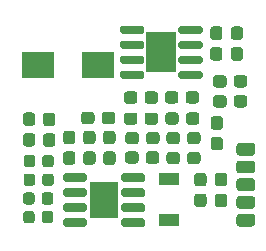
<source format=gbr>
%TF.GenerationSoftware,KiCad,Pcbnew,(5.1.6-0-10_14)*%
%TF.CreationDate,2021-01-13T21:17:16+08:00*%
%TF.ProjectId,Zeeuss,5a656575-7373-42e6-9b69-6361645f7063,rev?*%
%TF.SameCoordinates,Original*%
%TF.FileFunction,Soldermask,Top*%
%TF.FilePolarity,Negative*%
%FSLAX46Y46*%
G04 Gerber Fmt 4.6, Leading zero omitted, Abs format (unit mm)*
G04 Created by KiCad (PCBNEW (5.1.6-0-10_14)) date 2021-01-13 21:17:16*
%MOMM*%
%LPD*%
G01*
G04 APERTURE LIST*
%ADD10R,2.390000X3.100000*%
%ADD11R,2.510000X3.400000*%
%ADD12R,1.800000X1.000000*%
%ADD13R,2.800000X2.300000*%
G04 APERTURE END LIST*
%TO.C,REF\u002A\u002A*%
G36*
G01*
X119775000Y-111550000D02*
X118725000Y-111550000D01*
G75*
G02*
X118450000Y-111275000I0J275000D01*
G01*
X118450000Y-110725000D01*
G75*
G02*
X118725000Y-110450000I275000J0D01*
G01*
X119775000Y-110450000D01*
G75*
G02*
X120050000Y-110725000I0J-275000D01*
G01*
X120050000Y-111275000D01*
G75*
G02*
X119775000Y-111550000I-275000J0D01*
G01*
G37*
%TD*%
%TO.C,REF\u002A\u002A*%
G36*
G01*
X119775000Y-117550000D02*
X118725000Y-117550000D01*
G75*
G02*
X118450000Y-117275000I0J275000D01*
G01*
X118450000Y-116725000D01*
G75*
G02*
X118725000Y-116450000I275000J0D01*
G01*
X119775000Y-116450000D01*
G75*
G02*
X120050000Y-116725000I0J-275000D01*
G01*
X120050000Y-117275000D01*
G75*
G02*
X119775000Y-117550000I-275000J0D01*
G01*
G37*
%TD*%
%TO.C,REF\u002A\u002A*%
G36*
G01*
X119775000Y-116050000D02*
X118725000Y-116050000D01*
G75*
G02*
X118450000Y-115775000I0J275000D01*
G01*
X118450000Y-115225000D01*
G75*
G02*
X118725000Y-114950000I275000J0D01*
G01*
X119775000Y-114950000D01*
G75*
G02*
X120050000Y-115225000I0J-275000D01*
G01*
X120050000Y-115775000D01*
G75*
G02*
X119775000Y-116050000I-275000J0D01*
G01*
G37*
%TD*%
%TO.C,REF\u002A\u002A*%
G36*
G01*
X119775000Y-114550000D02*
X118725000Y-114550000D01*
G75*
G02*
X118450000Y-114275000I0J275000D01*
G01*
X118450000Y-113725000D01*
G75*
G02*
X118725000Y-113450000I275000J0D01*
G01*
X119775000Y-113450000D01*
G75*
G02*
X120050000Y-113725000I0J-275000D01*
G01*
X120050000Y-114275000D01*
G75*
G02*
X119775000Y-114550000I-275000J0D01*
G01*
G37*
%TD*%
%TO.C,REF\u002A\u002A*%
G36*
G01*
X119775000Y-113050000D02*
X118725000Y-113050000D01*
G75*
G02*
X118450000Y-112775000I0J275000D01*
G01*
X118450000Y-112225000D01*
G75*
G02*
X118725000Y-111950000I275000J0D01*
G01*
X119775000Y-111950000D01*
G75*
G02*
X120050000Y-112225000I0J-275000D01*
G01*
X120050000Y-112775000D01*
G75*
G02*
X119775000Y-113050000I-275000J0D01*
G01*
G37*
%TD*%
%TO.C,C12*%
G36*
G01*
X117062500Y-109350000D02*
X116537500Y-109350000D01*
G75*
G02*
X116275000Y-109087500I0J262500D01*
G01*
X116275000Y-108462500D01*
G75*
G02*
X116537500Y-108200000I262500J0D01*
G01*
X117062500Y-108200000D01*
G75*
G02*
X117325000Y-108462500I0J-262500D01*
G01*
X117325000Y-109087500D01*
G75*
G02*
X117062500Y-109350000I-262500J0D01*
G01*
G37*
G36*
G01*
X117062500Y-111100000D02*
X116537500Y-111100000D01*
G75*
G02*
X116275000Y-110837500I0J262500D01*
G01*
X116275000Y-110212500D01*
G75*
G02*
X116537500Y-109950000I262500J0D01*
G01*
X117062500Y-109950000D01*
G75*
G02*
X117325000Y-110212500I0J-262500D01*
G01*
X117325000Y-110837500D01*
G75*
G02*
X117062500Y-111100000I-262500J0D01*
G01*
G37*
%TD*%
%TO.C,C11*%
G36*
G01*
X113675000Y-111479170D02*
X113675000Y-112004170D01*
G75*
G02*
X113412500Y-112266670I-262500J0D01*
G01*
X112787500Y-112266670D01*
G75*
G02*
X112525000Y-112004170I0J262500D01*
G01*
X112525000Y-111479170D01*
G75*
G02*
X112787500Y-111216670I262500J0D01*
G01*
X113412500Y-111216670D01*
G75*
G02*
X113675000Y-111479170I0J-262500D01*
G01*
G37*
G36*
G01*
X115425000Y-111479170D02*
X115425000Y-112004170D01*
G75*
G02*
X115162500Y-112266670I-262500J0D01*
G01*
X114537500Y-112266670D01*
G75*
G02*
X114275000Y-112004170I0J262500D01*
G01*
X114275000Y-111479170D01*
G75*
G02*
X114537500Y-111216670I262500J0D01*
G01*
X115162500Y-111216670D01*
G75*
G02*
X115425000Y-111479170I0J-262500D01*
G01*
G37*
%TD*%
%TO.C,C10*%
G36*
G01*
X115137500Y-114750000D02*
X115662500Y-114750000D01*
G75*
G02*
X115925000Y-115012500I0J-262500D01*
G01*
X115925000Y-115637500D01*
G75*
G02*
X115662500Y-115900000I-262500J0D01*
G01*
X115137500Y-115900000D01*
G75*
G02*
X114875000Y-115637500I0J262500D01*
G01*
X114875000Y-115012500D01*
G75*
G02*
X115137500Y-114750000I262500J0D01*
G01*
G37*
G36*
G01*
X115137500Y-113000000D02*
X115662500Y-113000000D01*
G75*
G02*
X115925000Y-113262500I0J-262500D01*
G01*
X115925000Y-113887500D01*
G75*
G02*
X115662500Y-114150000I-262500J0D01*
G01*
X115137500Y-114150000D01*
G75*
G02*
X114875000Y-113887500I0J262500D01*
G01*
X114875000Y-113262500D01*
G75*
G02*
X115137500Y-113000000I262500J0D01*
G01*
G37*
%TD*%
%TO.C,C5*%
G36*
G01*
X113675000Y-109787500D02*
X113675000Y-110312500D01*
G75*
G02*
X113412500Y-110575000I-262500J0D01*
G01*
X112787500Y-110575000D01*
G75*
G02*
X112525000Y-110312500I0J262500D01*
G01*
X112525000Y-109787500D01*
G75*
G02*
X112787500Y-109525000I262500J0D01*
G01*
X113412500Y-109525000D01*
G75*
G02*
X113675000Y-109787500I0J-262500D01*
G01*
G37*
G36*
G01*
X115425000Y-109787500D02*
X115425000Y-110312500D01*
G75*
G02*
X115162500Y-110575000I-262500J0D01*
G01*
X114537500Y-110575000D01*
G75*
G02*
X114275000Y-110312500I0J262500D01*
G01*
X114275000Y-109787500D01*
G75*
G02*
X114537500Y-109525000I262500J0D01*
G01*
X115162500Y-109525000D01*
G75*
G02*
X115425000Y-109787500I0J-262500D01*
G01*
G37*
%TD*%
%TO.C,C2*%
G36*
G01*
X116887500Y-114750000D02*
X117412500Y-114750000D01*
G75*
G02*
X117675000Y-115012500I0J-262500D01*
G01*
X117675000Y-115637500D01*
G75*
G02*
X117412500Y-115900000I-262500J0D01*
G01*
X116887500Y-115900000D01*
G75*
G02*
X116625000Y-115637500I0J262500D01*
G01*
X116625000Y-115012500D01*
G75*
G02*
X116887500Y-114750000I262500J0D01*
G01*
G37*
G36*
G01*
X116887500Y-113000000D02*
X117412500Y-113000000D01*
G75*
G02*
X117675000Y-113262500I0J-262500D01*
G01*
X117675000Y-113887500D01*
G75*
G02*
X117412500Y-114150000I-262500J0D01*
G01*
X116887500Y-114150000D01*
G75*
G02*
X116625000Y-113887500I0J262500D01*
G01*
X116625000Y-113262500D01*
G75*
G02*
X116887500Y-113000000I262500J0D01*
G01*
G37*
%TD*%
%TO.C,C1*%
G36*
G01*
X118225000Y-107204166D02*
X118225000Y-106679166D01*
G75*
G02*
X118487500Y-106416666I262500J0D01*
G01*
X119112500Y-106416666D01*
G75*
G02*
X119375000Y-106679166I0J-262500D01*
G01*
X119375000Y-107204166D01*
G75*
G02*
X119112500Y-107466666I-262500J0D01*
G01*
X118487500Y-107466666D01*
G75*
G02*
X118225000Y-107204166I0J262500D01*
G01*
G37*
G36*
G01*
X116475000Y-107204166D02*
X116475000Y-106679166D01*
G75*
G02*
X116737500Y-106416666I262500J0D01*
G01*
X117362500Y-106416666D01*
G75*
G02*
X117625000Y-106679166I0J-262500D01*
G01*
X117625000Y-107204166D01*
G75*
G02*
X117362500Y-107466666I-262500J0D01*
G01*
X116737500Y-107466666D01*
G75*
G02*
X116475000Y-107204166I0J262500D01*
G01*
G37*
%TD*%
D10*
%TO.C,U2*%
X107250000Y-115300000D03*
G36*
G01*
X108700000Y-113570000D02*
X108700000Y-113220000D01*
G75*
G02*
X108875000Y-113045000I175000J0D01*
G01*
X110575000Y-113045000D01*
G75*
G02*
X110750000Y-113220000I0J-175000D01*
G01*
X110750000Y-113570000D01*
G75*
G02*
X110575000Y-113745000I-175000J0D01*
G01*
X108875000Y-113745000D01*
G75*
G02*
X108700000Y-113570000I0J175000D01*
G01*
G37*
G36*
G01*
X108700000Y-114840000D02*
X108700000Y-114490000D01*
G75*
G02*
X108875000Y-114315000I175000J0D01*
G01*
X110575000Y-114315000D01*
G75*
G02*
X110750000Y-114490000I0J-175000D01*
G01*
X110750000Y-114840000D01*
G75*
G02*
X110575000Y-115015000I-175000J0D01*
G01*
X108875000Y-115015000D01*
G75*
G02*
X108700000Y-114840000I0J175000D01*
G01*
G37*
G36*
G01*
X108700000Y-116110000D02*
X108700000Y-115760000D01*
G75*
G02*
X108875000Y-115585000I175000J0D01*
G01*
X110575000Y-115585000D01*
G75*
G02*
X110750000Y-115760000I0J-175000D01*
G01*
X110750000Y-116110000D01*
G75*
G02*
X110575000Y-116285000I-175000J0D01*
G01*
X108875000Y-116285000D01*
G75*
G02*
X108700000Y-116110000I0J175000D01*
G01*
G37*
G36*
G01*
X108700000Y-117380000D02*
X108700000Y-117030000D01*
G75*
G02*
X108875000Y-116855000I175000J0D01*
G01*
X110575000Y-116855000D01*
G75*
G02*
X110750000Y-117030000I0J-175000D01*
G01*
X110750000Y-117380000D01*
G75*
G02*
X110575000Y-117555000I-175000J0D01*
G01*
X108875000Y-117555000D01*
G75*
G02*
X108700000Y-117380000I0J175000D01*
G01*
G37*
G36*
G01*
X103750000Y-117380000D02*
X103750000Y-117030000D01*
G75*
G02*
X103925000Y-116855000I175000J0D01*
G01*
X105625000Y-116855000D01*
G75*
G02*
X105800000Y-117030000I0J-175000D01*
G01*
X105800000Y-117380000D01*
G75*
G02*
X105625000Y-117555000I-175000J0D01*
G01*
X103925000Y-117555000D01*
G75*
G02*
X103750000Y-117380000I0J175000D01*
G01*
G37*
G36*
G01*
X103750000Y-116110000D02*
X103750000Y-115760000D01*
G75*
G02*
X103925000Y-115585000I175000J0D01*
G01*
X105625000Y-115585000D01*
G75*
G02*
X105800000Y-115760000I0J-175000D01*
G01*
X105800000Y-116110000D01*
G75*
G02*
X105625000Y-116285000I-175000J0D01*
G01*
X103925000Y-116285000D01*
G75*
G02*
X103750000Y-116110000I0J175000D01*
G01*
G37*
G36*
G01*
X103750000Y-114840000D02*
X103750000Y-114490000D01*
G75*
G02*
X103925000Y-114315000I175000J0D01*
G01*
X105625000Y-114315000D01*
G75*
G02*
X105800000Y-114490000I0J-175000D01*
G01*
X105800000Y-114840000D01*
G75*
G02*
X105625000Y-115015000I-175000J0D01*
G01*
X103925000Y-115015000D01*
G75*
G02*
X103750000Y-114840000I0J175000D01*
G01*
G37*
G36*
G01*
X103750000Y-113570000D02*
X103750000Y-113220000D01*
G75*
G02*
X103925000Y-113045000I175000J0D01*
G01*
X105625000Y-113045000D01*
G75*
G02*
X105800000Y-113220000I0J-175000D01*
G01*
X105800000Y-113570000D01*
G75*
G02*
X105625000Y-113745000I-175000J0D01*
G01*
X103925000Y-113745000D01*
G75*
G02*
X103750000Y-113570000I0J175000D01*
G01*
G37*
%TD*%
D11*
%TO.C,U1*%
X112100000Y-102800000D03*
G36*
G01*
X110650000Y-104530000D02*
X110650000Y-104880000D01*
G75*
G02*
X110475000Y-105055000I-175000J0D01*
G01*
X108775000Y-105055000D01*
G75*
G02*
X108600000Y-104880000I0J175000D01*
G01*
X108600000Y-104530000D01*
G75*
G02*
X108775000Y-104355000I175000J0D01*
G01*
X110475000Y-104355000D01*
G75*
G02*
X110650000Y-104530000I0J-175000D01*
G01*
G37*
G36*
G01*
X110650000Y-103260000D02*
X110650000Y-103610000D01*
G75*
G02*
X110475000Y-103785000I-175000J0D01*
G01*
X108775000Y-103785000D01*
G75*
G02*
X108600000Y-103610000I0J175000D01*
G01*
X108600000Y-103260000D01*
G75*
G02*
X108775000Y-103085000I175000J0D01*
G01*
X110475000Y-103085000D01*
G75*
G02*
X110650000Y-103260000I0J-175000D01*
G01*
G37*
G36*
G01*
X110650000Y-101990000D02*
X110650000Y-102340000D01*
G75*
G02*
X110475000Y-102515000I-175000J0D01*
G01*
X108775000Y-102515000D01*
G75*
G02*
X108600000Y-102340000I0J175000D01*
G01*
X108600000Y-101990000D01*
G75*
G02*
X108775000Y-101815000I175000J0D01*
G01*
X110475000Y-101815000D01*
G75*
G02*
X110650000Y-101990000I0J-175000D01*
G01*
G37*
G36*
G01*
X110650000Y-100720000D02*
X110650000Y-101070000D01*
G75*
G02*
X110475000Y-101245000I-175000J0D01*
G01*
X108775000Y-101245000D01*
G75*
G02*
X108600000Y-101070000I0J175000D01*
G01*
X108600000Y-100720000D01*
G75*
G02*
X108775000Y-100545000I175000J0D01*
G01*
X110475000Y-100545000D01*
G75*
G02*
X110650000Y-100720000I0J-175000D01*
G01*
G37*
G36*
G01*
X115600000Y-100720000D02*
X115600000Y-101070000D01*
G75*
G02*
X115425000Y-101245000I-175000J0D01*
G01*
X113725000Y-101245000D01*
G75*
G02*
X113550000Y-101070000I0J175000D01*
G01*
X113550000Y-100720000D01*
G75*
G02*
X113725000Y-100545000I175000J0D01*
G01*
X115425000Y-100545000D01*
G75*
G02*
X115600000Y-100720000I0J-175000D01*
G01*
G37*
G36*
G01*
X115600000Y-101990000D02*
X115600000Y-102340000D01*
G75*
G02*
X115425000Y-102515000I-175000J0D01*
G01*
X113725000Y-102515000D01*
G75*
G02*
X113550000Y-102340000I0J175000D01*
G01*
X113550000Y-101990000D01*
G75*
G02*
X113725000Y-101815000I175000J0D01*
G01*
X115425000Y-101815000D01*
G75*
G02*
X115600000Y-101990000I0J-175000D01*
G01*
G37*
G36*
G01*
X115600000Y-103260000D02*
X115600000Y-103610000D01*
G75*
G02*
X115425000Y-103785000I-175000J0D01*
G01*
X113725000Y-103785000D01*
G75*
G02*
X113550000Y-103610000I0J175000D01*
G01*
X113550000Y-103260000D01*
G75*
G02*
X113725000Y-103085000I175000J0D01*
G01*
X115425000Y-103085000D01*
G75*
G02*
X115600000Y-103260000I0J-175000D01*
G01*
G37*
G36*
G01*
X115600000Y-104530000D02*
X115600000Y-104880000D01*
G75*
G02*
X115425000Y-105055000I-175000J0D01*
G01*
X113725000Y-105055000D01*
G75*
G02*
X113550000Y-104880000I0J175000D01*
G01*
X113550000Y-104530000D01*
G75*
G02*
X113725000Y-104355000I175000J0D01*
G01*
X115425000Y-104355000D01*
G75*
G02*
X115600000Y-104530000I0J-175000D01*
G01*
G37*
%TD*%
D12*
%TO.C,SW1*%
X112750000Y-116950000D03*
X112750000Y-113550000D03*
%TD*%
%TO.C,R10*%
G36*
G01*
X116487500Y-102350000D02*
X117012500Y-102350000D01*
G75*
G02*
X117275000Y-102612500I0J-262500D01*
G01*
X117275000Y-103237500D01*
G75*
G02*
X117012500Y-103500000I-262500J0D01*
G01*
X116487500Y-103500000D01*
G75*
G02*
X116225000Y-103237500I0J262500D01*
G01*
X116225000Y-102612500D01*
G75*
G02*
X116487500Y-102350000I262500J0D01*
G01*
G37*
G36*
G01*
X116487500Y-100600000D02*
X117012500Y-100600000D01*
G75*
G02*
X117275000Y-100862500I0J-262500D01*
G01*
X117275000Y-101487500D01*
G75*
G02*
X117012500Y-101750000I-262500J0D01*
G01*
X116487500Y-101750000D01*
G75*
G02*
X116225000Y-101487500I0J262500D01*
G01*
X116225000Y-100862500D01*
G75*
G02*
X116487500Y-100600000I262500J0D01*
G01*
G37*
%TD*%
%TO.C,R9*%
G36*
G01*
X118225000Y-105512500D02*
X118225000Y-104987500D01*
G75*
G02*
X118487500Y-104725000I262500J0D01*
G01*
X119112500Y-104725000D01*
G75*
G02*
X119375000Y-104987500I0J-262500D01*
G01*
X119375000Y-105512500D01*
G75*
G02*
X119112500Y-105775000I-262500J0D01*
G01*
X118487500Y-105775000D01*
G75*
G02*
X118225000Y-105512500I0J262500D01*
G01*
G37*
G36*
G01*
X116475000Y-105512500D02*
X116475000Y-104987500D01*
G75*
G02*
X116737500Y-104725000I262500J0D01*
G01*
X117362500Y-104725000D01*
G75*
G02*
X117625000Y-104987500I0J-262500D01*
G01*
X117625000Y-105512500D01*
G75*
G02*
X117362500Y-105775000I-262500J0D01*
G01*
X116737500Y-105775000D01*
G75*
G02*
X116475000Y-105512500I0J262500D01*
G01*
G37*
%TD*%
%TO.C,R5*%
G36*
G01*
X102337500Y-109650000D02*
X102862500Y-109650000D01*
G75*
G02*
X103125000Y-109912500I0J-262500D01*
G01*
X103125000Y-110537500D01*
G75*
G02*
X102862500Y-110800000I-262500J0D01*
G01*
X102337500Y-110800000D01*
G75*
G02*
X102075000Y-110537500I0J262500D01*
G01*
X102075000Y-109912500D01*
G75*
G02*
X102337500Y-109650000I262500J0D01*
G01*
G37*
G36*
G01*
X102337500Y-107900000D02*
X102862500Y-107900000D01*
G75*
G02*
X103125000Y-108162500I0J-262500D01*
G01*
X103125000Y-108787500D01*
G75*
G02*
X102862500Y-109050000I-262500J0D01*
G01*
X102337500Y-109050000D01*
G75*
G02*
X102075000Y-108787500I0J262500D01*
G01*
X102075000Y-108162500D01*
G75*
G02*
X102337500Y-107900000I262500J0D01*
G01*
G37*
%TD*%
%TO.C,R3*%
G36*
G01*
X110775000Y-111962500D02*
X110775000Y-111437500D01*
G75*
G02*
X111037500Y-111175000I262500J0D01*
G01*
X111662500Y-111175000D01*
G75*
G02*
X111925000Y-111437500I0J-262500D01*
G01*
X111925000Y-111962500D01*
G75*
G02*
X111662500Y-112225000I-262500J0D01*
G01*
X111037500Y-112225000D01*
G75*
G02*
X110775000Y-111962500I0J262500D01*
G01*
G37*
G36*
G01*
X109025000Y-111962500D02*
X109025000Y-111437500D01*
G75*
G02*
X109287500Y-111175000I262500J0D01*
G01*
X109912500Y-111175000D01*
G75*
G02*
X110175000Y-111437500I0J-262500D01*
G01*
X110175000Y-111962500D01*
G75*
G02*
X109912500Y-112225000I-262500J0D01*
G01*
X109287500Y-112225000D01*
G75*
G02*
X109025000Y-111962500I0J262500D01*
G01*
G37*
%TD*%
%TO.C,R1*%
G36*
G01*
X106262500Y-110575000D02*
X105737500Y-110575000D01*
G75*
G02*
X105475000Y-110312500I0J262500D01*
G01*
X105475000Y-109687500D01*
G75*
G02*
X105737500Y-109425000I262500J0D01*
G01*
X106262500Y-109425000D01*
G75*
G02*
X106525000Y-109687500I0J-262500D01*
G01*
X106525000Y-110312500D01*
G75*
G02*
X106262500Y-110575000I-262500J0D01*
G01*
G37*
G36*
G01*
X106262500Y-112325000D02*
X105737500Y-112325000D01*
G75*
G02*
X105475000Y-112062500I0J262500D01*
G01*
X105475000Y-111437500D01*
G75*
G02*
X105737500Y-111175000I262500J0D01*
G01*
X106262500Y-111175000D01*
G75*
G02*
X106525000Y-111437500I0J-262500D01*
G01*
X106525000Y-112062500D01*
G75*
G02*
X106262500Y-112325000I-262500J0D01*
G01*
G37*
%TD*%
D13*
%TO.C,L2*%
X101650000Y-103850000D03*
X106750000Y-103850000D03*
%TD*%
%TO.C,D4*%
G36*
G01*
X101372500Y-116468749D02*
X101372500Y-117031249D01*
G75*
G02*
X101128750Y-117274999I-243750J0D01*
G01*
X100641250Y-117274999D01*
G75*
G02*
X100397500Y-117031249I0J243750D01*
G01*
X100397500Y-116468749D01*
G75*
G02*
X100641250Y-116224999I243750J0D01*
G01*
X101128750Y-116224999D01*
G75*
G02*
X101372500Y-116468749I0J-243750D01*
G01*
G37*
G36*
G01*
X102947500Y-116468749D02*
X102947500Y-117031249D01*
G75*
G02*
X102703750Y-117274999I-243750J0D01*
G01*
X102216250Y-117274999D01*
G75*
G02*
X101972500Y-117031249I0J243750D01*
G01*
X101972500Y-116468749D01*
G75*
G02*
X102216250Y-116224999I243750J0D01*
G01*
X102703750Y-116224999D01*
G75*
G02*
X102947500Y-116468749I0J-243750D01*
G01*
G37*
%TD*%
%TO.C,D3*%
G36*
G01*
X101372500Y-114885416D02*
X101372500Y-115447916D01*
G75*
G02*
X101128750Y-115691666I-243750J0D01*
G01*
X100641250Y-115691666D01*
G75*
G02*
X100397500Y-115447916I0J243750D01*
G01*
X100397500Y-114885416D01*
G75*
G02*
X100641250Y-114641666I243750J0D01*
G01*
X101128750Y-114641666D01*
G75*
G02*
X101372500Y-114885416I0J-243750D01*
G01*
G37*
G36*
G01*
X102947500Y-114885416D02*
X102947500Y-115447916D01*
G75*
G02*
X102703750Y-115691666I-243750J0D01*
G01*
X102216250Y-115691666D01*
G75*
G02*
X101972500Y-115447916I0J243750D01*
G01*
X101972500Y-114885416D01*
G75*
G02*
X102216250Y-114641666I243750J0D01*
G01*
X102703750Y-114641666D01*
G75*
G02*
X102947500Y-114885416I0J-243750D01*
G01*
G37*
%TD*%
%TO.C,D2*%
G36*
G01*
X102012500Y-113864583D02*
X102012500Y-113302083D01*
G75*
G02*
X102256250Y-113058333I243750J0D01*
G01*
X102743750Y-113058333D01*
G75*
G02*
X102987500Y-113302083I0J-243750D01*
G01*
X102987500Y-113864583D01*
G75*
G02*
X102743750Y-114108333I-243750J0D01*
G01*
X102256250Y-114108333D01*
G75*
G02*
X102012500Y-113864583I0J243750D01*
G01*
G37*
G36*
G01*
X100437500Y-113864583D02*
X100437500Y-113302083D01*
G75*
G02*
X100681250Y-113058333I243750J0D01*
G01*
X101168750Y-113058333D01*
G75*
G02*
X101412500Y-113302083I0J-243750D01*
G01*
X101412500Y-113864583D01*
G75*
G02*
X101168750Y-114108333I-243750J0D01*
G01*
X100681250Y-114108333D01*
G75*
G02*
X100437500Y-113864583I0J243750D01*
G01*
G37*
%TD*%
%TO.C,D1*%
G36*
G01*
X102012500Y-112281250D02*
X102012500Y-111718750D01*
G75*
G02*
X102256250Y-111475000I243750J0D01*
G01*
X102743750Y-111475000D01*
G75*
G02*
X102987500Y-111718750I0J-243750D01*
G01*
X102987500Y-112281250D01*
G75*
G02*
X102743750Y-112525000I-243750J0D01*
G01*
X102256250Y-112525000D01*
G75*
G02*
X102012500Y-112281250I0J243750D01*
G01*
G37*
G36*
G01*
X100437500Y-112281250D02*
X100437500Y-111718750D01*
G75*
G02*
X100681250Y-111475000I243750J0D01*
G01*
X101168750Y-111475000D01*
G75*
G02*
X101412500Y-111718750I0J-243750D01*
G01*
X101412500Y-112281250D01*
G75*
G02*
X101168750Y-112525000I-243750J0D01*
G01*
X100681250Y-112525000D01*
G75*
G02*
X100437500Y-112281250I0J243750D01*
G01*
G37*
%TD*%
%TO.C,C23*%
G36*
G01*
X118237500Y-102350000D02*
X118762500Y-102350000D01*
G75*
G02*
X119025000Y-102612500I0J-262500D01*
G01*
X119025000Y-103237500D01*
G75*
G02*
X118762500Y-103500000I-262500J0D01*
G01*
X118237500Y-103500000D01*
G75*
G02*
X117975000Y-103237500I0J262500D01*
G01*
X117975000Y-102612500D01*
G75*
G02*
X118237500Y-102350000I262500J0D01*
G01*
G37*
G36*
G01*
X118237500Y-100600000D02*
X118762500Y-100600000D01*
G75*
G02*
X119025000Y-100862500I0J-262500D01*
G01*
X119025000Y-101487500D01*
G75*
G02*
X118762500Y-101750000I-262500J0D01*
G01*
X118237500Y-101750000D01*
G75*
G02*
X117975000Y-101487500I0J262500D01*
G01*
X117975000Y-100862500D01*
G75*
G02*
X118237500Y-100600000I262500J0D01*
G01*
G37*
%TD*%
%TO.C,C22*%
G36*
G01*
X107050000Y-108612500D02*
X107050000Y-108087500D01*
G75*
G02*
X107312500Y-107825000I262500J0D01*
G01*
X107937500Y-107825000D01*
G75*
G02*
X108200000Y-108087500I0J-262500D01*
G01*
X108200000Y-108612500D01*
G75*
G02*
X107937500Y-108875000I-262500J0D01*
G01*
X107312500Y-108875000D01*
G75*
G02*
X107050000Y-108612500I0J262500D01*
G01*
G37*
G36*
G01*
X105300000Y-108612500D02*
X105300000Y-108087500D01*
G75*
G02*
X105562500Y-107825000I262500J0D01*
G01*
X106187500Y-107825000D01*
G75*
G02*
X106450000Y-108087500I0J-262500D01*
G01*
X106450000Y-108612500D01*
G75*
G02*
X106187500Y-108875000I-262500J0D01*
G01*
X105562500Y-108875000D01*
G75*
G02*
X105300000Y-108612500I0J262500D01*
G01*
G37*
%TD*%
%TO.C,C17*%
G36*
G01*
X100637500Y-109625000D02*
X101162500Y-109625000D01*
G75*
G02*
X101425000Y-109887500I0J-262500D01*
G01*
X101425000Y-110512500D01*
G75*
G02*
X101162500Y-110775000I-262500J0D01*
G01*
X100637500Y-110775000D01*
G75*
G02*
X100375000Y-110512500I0J262500D01*
G01*
X100375000Y-109887500D01*
G75*
G02*
X100637500Y-109625000I262500J0D01*
G01*
G37*
G36*
G01*
X100637500Y-107875000D02*
X101162500Y-107875000D01*
G75*
G02*
X101425000Y-108137500I0J-262500D01*
G01*
X101425000Y-108762500D01*
G75*
G02*
X101162500Y-109025000I-262500J0D01*
G01*
X100637500Y-109025000D01*
G75*
G02*
X100375000Y-108762500I0J262500D01*
G01*
X100375000Y-108137500D01*
G75*
G02*
X100637500Y-107875000I262500J0D01*
G01*
G37*
%TD*%
%TO.C,C15*%
G36*
G01*
X110800000Y-110312500D02*
X110800000Y-109787500D01*
G75*
G02*
X111062500Y-109525000I262500J0D01*
G01*
X111687500Y-109525000D01*
G75*
G02*
X111950000Y-109787500I0J-262500D01*
G01*
X111950000Y-110312500D01*
G75*
G02*
X111687500Y-110575000I-262500J0D01*
G01*
X111062500Y-110575000D01*
G75*
G02*
X110800000Y-110312500I0J262500D01*
G01*
G37*
G36*
G01*
X109050000Y-110312500D02*
X109050000Y-109787500D01*
G75*
G02*
X109312500Y-109525000I262500J0D01*
G01*
X109937500Y-109525000D01*
G75*
G02*
X110200000Y-109787500I0J-262500D01*
G01*
X110200000Y-110312500D01*
G75*
G02*
X109937500Y-110575000I-262500J0D01*
G01*
X109312500Y-110575000D01*
G75*
G02*
X109050000Y-110312500I0J262500D01*
G01*
G37*
%TD*%
%TO.C,C9*%
G36*
G01*
X114175000Y-108662500D02*
X114175000Y-108137500D01*
G75*
G02*
X114437500Y-107875000I262500J0D01*
G01*
X115062500Y-107875000D01*
G75*
G02*
X115325000Y-108137500I0J-262500D01*
G01*
X115325000Y-108662500D01*
G75*
G02*
X115062500Y-108925000I-262500J0D01*
G01*
X114437500Y-108925000D01*
G75*
G02*
X114175000Y-108662500I0J262500D01*
G01*
G37*
G36*
G01*
X112425000Y-108662500D02*
X112425000Y-108137500D01*
G75*
G02*
X112687500Y-107875000I262500J0D01*
G01*
X113312500Y-107875000D01*
G75*
G02*
X113575000Y-108137500I0J-262500D01*
G01*
X113575000Y-108662500D01*
G75*
G02*
X113312500Y-108925000I-262500J0D01*
G01*
X112687500Y-108925000D01*
G75*
G02*
X112425000Y-108662500I0J262500D01*
G01*
G37*
%TD*%
%TO.C,C8*%
G36*
G01*
X104562500Y-110575000D02*
X104037500Y-110575000D01*
G75*
G02*
X103775000Y-110312500I0J262500D01*
G01*
X103775000Y-109687500D01*
G75*
G02*
X104037500Y-109425000I262500J0D01*
G01*
X104562500Y-109425000D01*
G75*
G02*
X104825000Y-109687500I0J-262500D01*
G01*
X104825000Y-110312500D01*
G75*
G02*
X104562500Y-110575000I-262500J0D01*
G01*
G37*
G36*
G01*
X104562500Y-112325000D02*
X104037500Y-112325000D01*
G75*
G02*
X103775000Y-112062500I0J262500D01*
G01*
X103775000Y-111437500D01*
G75*
G02*
X104037500Y-111175000I262500J0D01*
G01*
X104562500Y-111175000D01*
G75*
G02*
X104825000Y-111437500I0J-262500D01*
G01*
X104825000Y-112062500D01*
G75*
G02*
X104562500Y-112325000I-262500J0D01*
G01*
G37*
%TD*%
%TO.C,C7*%
G36*
G01*
X110075000Y-108150000D02*
X110075000Y-108675000D01*
G75*
G02*
X109812500Y-108937500I-262500J0D01*
G01*
X109187500Y-108937500D01*
G75*
G02*
X108925000Y-108675000I0J262500D01*
G01*
X108925000Y-108150000D01*
G75*
G02*
X109187500Y-107887500I262500J0D01*
G01*
X109812500Y-107887500D01*
G75*
G02*
X110075000Y-108150000I0J-262500D01*
G01*
G37*
G36*
G01*
X111825000Y-108150000D02*
X111825000Y-108675000D01*
G75*
G02*
X111562500Y-108937500I-262500J0D01*
G01*
X110937500Y-108937500D01*
G75*
G02*
X110675000Y-108675000I0J262500D01*
G01*
X110675000Y-108150000D01*
G75*
G02*
X110937500Y-107887500I262500J0D01*
G01*
X111562500Y-107887500D01*
G75*
G02*
X111825000Y-108150000I0J-262500D01*
G01*
G37*
%TD*%
%TO.C,C6*%
G36*
G01*
X107437500Y-111175000D02*
X107962500Y-111175000D01*
G75*
G02*
X108225000Y-111437500I0J-262500D01*
G01*
X108225000Y-112062500D01*
G75*
G02*
X107962500Y-112325000I-262500J0D01*
G01*
X107437500Y-112325000D01*
G75*
G02*
X107175000Y-112062500I0J262500D01*
G01*
X107175000Y-111437500D01*
G75*
G02*
X107437500Y-111175000I262500J0D01*
G01*
G37*
G36*
G01*
X107437500Y-109425000D02*
X107962500Y-109425000D01*
G75*
G02*
X108225000Y-109687500I0J-262500D01*
G01*
X108225000Y-110312500D01*
G75*
G02*
X107962500Y-110575000I-262500J0D01*
G01*
X107437500Y-110575000D01*
G75*
G02*
X107175000Y-110312500I0J262500D01*
G01*
X107175000Y-109687500D01*
G75*
G02*
X107437500Y-109425000I262500J0D01*
G01*
G37*
%TD*%
%TO.C,C4*%
G36*
G01*
X114150000Y-106862500D02*
X114150000Y-106337500D01*
G75*
G02*
X114412500Y-106075000I262500J0D01*
G01*
X115037500Y-106075000D01*
G75*
G02*
X115300000Y-106337500I0J-262500D01*
G01*
X115300000Y-106862500D01*
G75*
G02*
X115037500Y-107125000I-262500J0D01*
G01*
X114412500Y-107125000D01*
G75*
G02*
X114150000Y-106862500I0J262500D01*
G01*
G37*
G36*
G01*
X112400000Y-106862500D02*
X112400000Y-106337500D01*
G75*
G02*
X112662500Y-106075000I262500J0D01*
G01*
X113287500Y-106075000D01*
G75*
G02*
X113550000Y-106337500I0J-262500D01*
G01*
X113550000Y-106862500D01*
G75*
G02*
X113287500Y-107125000I-262500J0D01*
G01*
X112662500Y-107125000D01*
G75*
G02*
X112400000Y-106862500I0J262500D01*
G01*
G37*
%TD*%
%TO.C,C3*%
G36*
G01*
X110075000Y-106362500D02*
X110075000Y-106887500D01*
G75*
G02*
X109812500Y-107150000I-262500J0D01*
G01*
X109187500Y-107150000D01*
G75*
G02*
X108925000Y-106887500I0J262500D01*
G01*
X108925000Y-106362500D01*
G75*
G02*
X109187500Y-106100000I262500J0D01*
G01*
X109812500Y-106100000D01*
G75*
G02*
X110075000Y-106362500I0J-262500D01*
G01*
G37*
G36*
G01*
X111825000Y-106362500D02*
X111825000Y-106887500D01*
G75*
G02*
X111562500Y-107150000I-262500J0D01*
G01*
X110937500Y-107150000D01*
G75*
G02*
X110675000Y-106887500I0J262500D01*
G01*
X110675000Y-106362500D01*
G75*
G02*
X110937500Y-106100000I262500J0D01*
G01*
X111562500Y-106100000D01*
G75*
G02*
X111825000Y-106362500I0J-262500D01*
G01*
G37*
%TD*%
M02*

</source>
